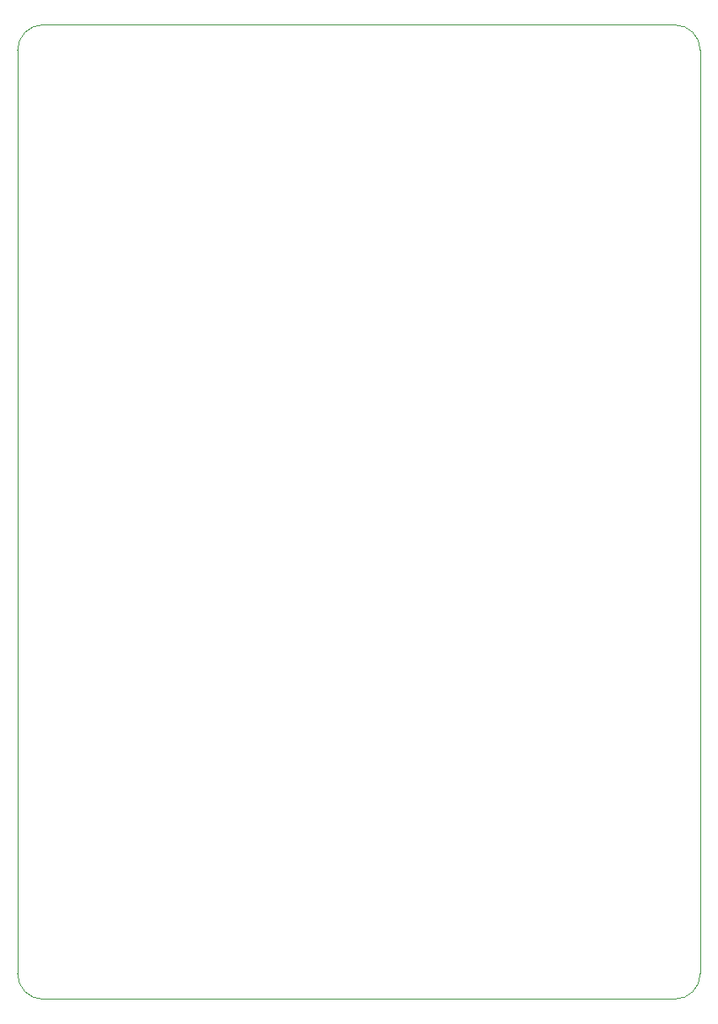
<source format=gbr>
%TF.GenerationSoftware,KiCad,Pcbnew,7.0.2*%
%TF.CreationDate,2024-03-15T13:05:13+09:00*%
%TF.ProjectId,Fading_Memories,46616469-6e67-45f4-9d65-6d6f72696573,rev?*%
%TF.SameCoordinates,Original*%
%TF.FileFunction,Profile,NP*%
%FSLAX46Y46*%
G04 Gerber Fmt 4.6, Leading zero omitted, Abs format (unit mm)*
G04 Created by KiCad (PCBNEW 7.0.2) date 2024-03-15 13:05:13*
%MOMM*%
%LPD*%
G01*
G04 APERTURE LIST*
%TA.AperFunction,Profile*%
%ADD10C,0.100000*%
%TD*%
G04 APERTURE END LIST*
D10*
X148590000Y-128270000D02*
X148590000Y-35560000D01*
X214630000Y-130810000D02*
X151130000Y-130810000D01*
X217170000Y-35560000D02*
X217170000Y-128270000D01*
X151130000Y-33020000D02*
X214630000Y-33020000D01*
X217170000Y-35560000D02*
G75*
G03*
X214630000Y-33020000I-2540000J0D01*
G01*
X151130000Y-33020000D02*
G75*
G03*
X148590000Y-35560000I0J-2540000D01*
G01*
X148590000Y-128270000D02*
G75*
G03*
X151130000Y-130810000I2540000J0D01*
G01*
X214630000Y-130810000D02*
G75*
G03*
X217170000Y-128270000I0J2540000D01*
G01*
M02*

</source>
